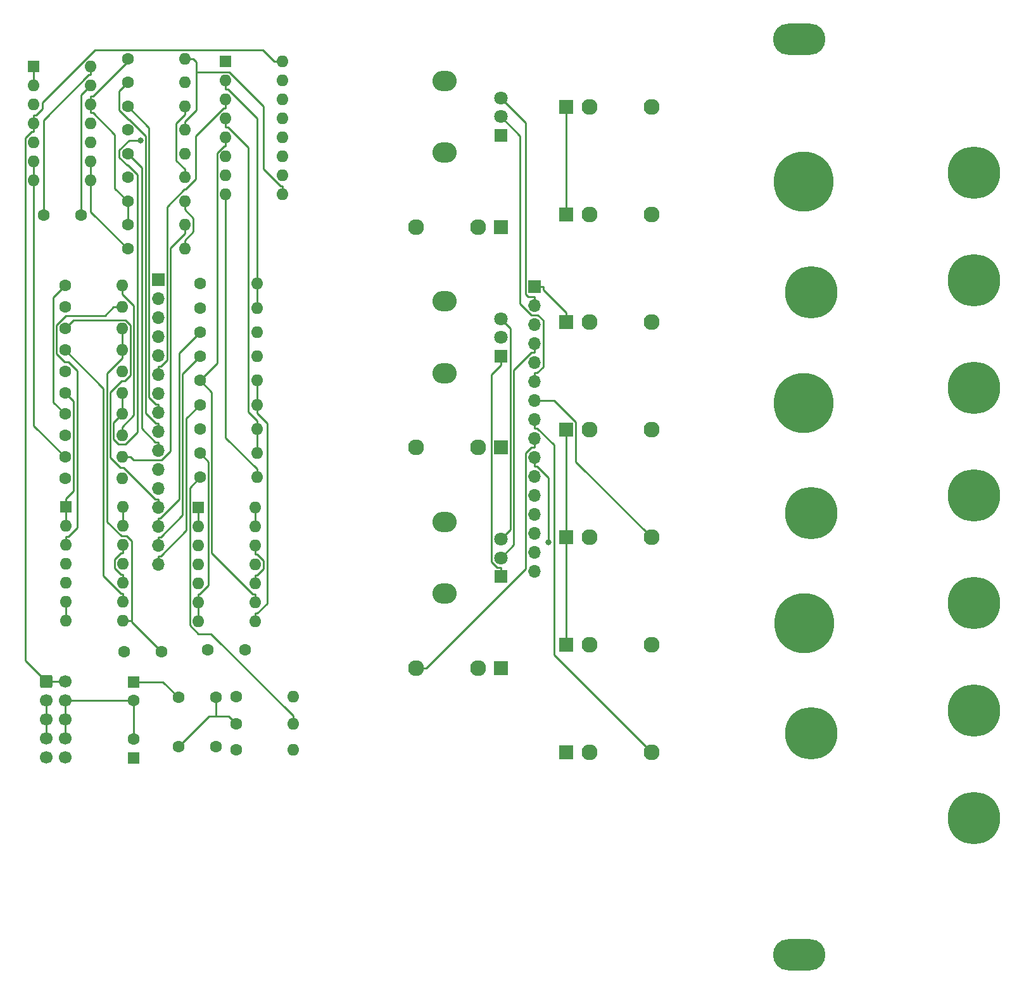
<source format=gbr>
%TF.GenerationSoftware,KiCad,Pcbnew,(6.0.0)*%
%TF.CreationDate,2022-10-15T20:50:48-04:00*%
%TF.ProjectId,ASVCA,41535643-412e-46b6-9963-61645f706362,rev?*%
%TF.SameCoordinates,Original*%
%TF.FileFunction,Copper,L1,Top*%
%TF.FilePolarity,Positive*%
%FSLAX46Y46*%
G04 Gerber Fmt 4.6, Leading zero omitted, Abs format (unit mm)*
G04 Created by KiCad (PCBNEW (6.0.0)) date 2022-10-15 20:50:48*
%MOMM*%
%LPD*%
G01*
G04 APERTURE LIST*
G04 Aperture macros list*
%AMRoundRect*
0 Rectangle with rounded corners*
0 $1 Rounding radius*
0 $2 $3 $4 $5 $6 $7 $8 $9 X,Y pos of 4 corners*
0 Add a 4 corners polygon primitive as box body*
4,1,4,$2,$3,$4,$5,$6,$7,$8,$9,$2,$3,0*
0 Add four circle primitives for the rounded corners*
1,1,$1+$1,$2,$3*
1,1,$1+$1,$4,$5*
1,1,$1+$1,$6,$7*
1,1,$1+$1,$8,$9*
0 Add four rect primitives between the rounded corners*
20,1,$1+$1,$2,$3,$4,$5,0*
20,1,$1+$1,$4,$5,$6,$7,0*
20,1,$1+$1,$6,$7,$8,$9,0*
20,1,$1+$1,$8,$9,$2,$3,0*%
G04 Aperture macros list end*
%TA.AperFunction,ComponentPad*%
%ADD10R,1.600000X1.600000*%
%TD*%
%TA.AperFunction,ComponentPad*%
%ADD11C,1.600000*%
%TD*%
%TA.AperFunction,ComponentPad*%
%ADD12O,1.600000X1.600000*%
%TD*%
%TA.AperFunction,ComponentPad*%
%ADD13O,3.240000X2.720000*%
%TD*%
%TA.AperFunction,ComponentPad*%
%ADD14R,1.800000X1.800000*%
%TD*%
%TA.AperFunction,ComponentPad*%
%ADD15C,1.800000*%
%TD*%
%TA.AperFunction,ComponentPad*%
%ADD16R,1.830000X1.930000*%
%TD*%
%TA.AperFunction,ComponentPad*%
%ADD17C,2.130000*%
%TD*%
%TA.AperFunction,ComponentPad*%
%ADD18C,7.000000*%
%TD*%
%TA.AperFunction,ComponentPad*%
%ADD19C,8.000000*%
%TD*%
%TA.AperFunction,ComponentPad*%
%ADD20RoundRect,0.250000X-0.600000X-0.600000X0.600000X-0.600000X0.600000X0.600000X-0.600000X0.600000X0*%
%TD*%
%TA.AperFunction,ComponentPad*%
%ADD21C,1.700000*%
%TD*%
%TA.AperFunction,ComponentPad*%
%ADD22R,1.700000X1.700000*%
%TD*%
%TA.AperFunction,ComponentPad*%
%ADD23O,1.700000X1.700000*%
%TD*%
%TA.AperFunction,ComponentPad*%
%ADD24O,7.000000X4.200000*%
%TD*%
%TA.AperFunction,ViaPad*%
%ADD25C,0.800000*%
%TD*%
%TA.AperFunction,Conductor*%
%ADD26C,0.250000*%
%TD*%
G04 APERTURE END LIST*
D10*
%TO.P,C1,1*%
%TO.N,+12V*%
X66675000Y-109284900D03*
D11*
%TO.P,C1,2*%
%TO.N,GND*%
X66675000Y-111784900D03*
%TD*%
%TO.P,R3,1*%
%TO.N,PosRef*%
X80391000Y-111252000D03*
D12*
%TO.P,R3,2*%
%TO.N,GND*%
X88011000Y-111252000D03*
%TD*%
D11*
%TO.P,R25,1*%
%TO.N,CVIN1*%
X75565000Y-65722500D03*
D12*
%TO.P,R25,2*%
%TO.N,Net-(R25-Pad2)*%
X83185000Y-65722500D03*
%TD*%
D13*
%TO.P,RV3,*%
%TO.N,*%
X108269000Y-87884600D03*
X108269000Y-97484600D03*
D14*
%TO.P,RV3,1,1*%
%TO.N,NegReft*%
X115769000Y-95184600D03*
D15*
%TO.P,RV3,2,2*%
%TO.N,to_CVMix3t*%
X115769000Y-92684600D03*
%TO.P,RV3,3,3*%
%TO.N,PosReft*%
X115769000Y-90184600D03*
%TD*%
D16*
%TO.P,J8,S*%
%TO.N,GND1*%
X124522000Y-75565000D03*
D17*
%TO.P,J8,T*%
%TO.N,OUTPUT2t*%
X135922000Y-75565000D03*
%TO.P,J8,TN*%
%TO.N,N/C*%
X127622000Y-75565000D03*
%TD*%
D11*
%TO.P,R30,1*%
%TO.N,GND*%
X75565000Y-56007000D03*
D12*
%TO.P,R30,2*%
%TO.N,in1*%
X83185000Y-56007000D03*
%TD*%
D18*
%TO.P,-,*%
%TO.N,*%
X179028000Y-55541300D03*
%TD*%
%TO.P,-,*%
%TO.N,*%
X179028000Y-69934700D03*
%TD*%
D11*
%TO.P,R10,1*%
%TO.N,Net-(R10-Pad1)*%
X57531000Y-79177400D03*
D12*
%TO.P,R10,2*%
%TO.N,in3b*%
X65151000Y-79177400D03*
%TD*%
D11*
%TO.P,R2,1*%
%TO.N,NegRef*%
X75565000Y-81915000D03*
D12*
%TO.P,R2,2*%
%TO.N,-12V*%
X83185000Y-81915000D03*
%TD*%
D11*
%TO.P,R24,1*%
%TO.N,INPUT1*%
X75565000Y-62484000D03*
D12*
%TO.P,R24,2*%
%TO.N,Net-(R24-Pad2)*%
X83185000Y-62484000D03*
%TD*%
D11*
%TO.P,R7,1*%
%TO.N,CVIN3*%
X65913000Y-29083000D03*
D12*
%TO.P,R7,2*%
%TO.N,Net-(R7-Pad2)*%
X73533000Y-29083000D03*
%TD*%
D19*
%TO.P,REF\u002A\u002A,*%
%TO.N,*%
X156282000Y-42378000D03*
%TD*%
D16*
%TO.P,J2,S*%
%TO.N,GND1*%
X124522000Y-104351700D03*
D17*
%TO.P,J2,T*%
%TO.N,INPUT3at*%
X135922000Y-104351700D03*
%TO.P,J2,TN*%
%TO.N,N/C*%
X127622000Y-104351700D03*
%TD*%
D16*
%TO.P,J10,S*%
%TO.N,GND1*%
X115824000Y-48412400D03*
D17*
%TO.P,J10,T*%
%TO.N,CVIN1t*%
X104424000Y-48412400D03*
%TO.P,J10,TN*%
%TO.N,N/C*%
X112724000Y-48412400D03*
%TD*%
D11*
%TO.P,C3,1*%
%TO.N,+12V*%
X72684000Y-111379000D03*
%TO.P,C3,2*%
%TO.N,GND*%
X77684000Y-111379000D03*
%TD*%
D16*
%TO.P,J11,S*%
%TO.N,GND1*%
X124522000Y-46778300D03*
D17*
%TO.P,J11,T*%
%TO.N,OUTPUT1t*%
X135922000Y-46778300D03*
%TO.P,J11,TN*%
%TO.N,N/C*%
X127622000Y-46778300D03*
%TD*%
D11*
%TO.P,R5,1*%
%TO.N,INPUT3a*%
X65913000Y-38608000D03*
D12*
%TO.P,R5,2*%
%TO.N,Net-(R5-Pad2)*%
X73533000Y-38608000D03*
%TD*%
D11*
%TO.P,R21,1*%
%TO.N,OUTPUT2*%
X57531000Y-61990100D03*
D12*
%TO.P,R21,2*%
%TO.N,Net-(C6-Pad2)*%
X65151000Y-61990100D03*
%TD*%
D11*
%TO.P,R18,1*%
%TO.N,Iout2*%
X57531000Y-64854700D03*
D12*
%TO.P,R18,2*%
%TO.N,Net-(C6-Pad2)*%
X65151000Y-64854700D03*
%TD*%
D11*
%TO.P,R31,1*%
%TO.N,GND*%
X75565000Y-75438000D03*
D12*
%TO.P,R31,2*%
%TO.N,VCntrl1*%
X83185000Y-75438000D03*
%TD*%
D18*
%TO.P,-,*%
%TO.N,*%
X179028000Y-127508000D03*
%TD*%
D11*
%TO.P,R4,1*%
%TO.N,GND*%
X80391000Y-114935000D03*
D12*
%TO.P,R4,2*%
%TO.N,NegRef*%
X88011000Y-114935000D03*
%TD*%
D20*
%TO.P,J1,1,Pin_1*%
%TO.N,+12V*%
X55000500Y-109220000D03*
D21*
%TO.P,J1,2,Pin_2*%
X57540500Y-109220000D03*
%TO.P,J1,3,Pin_3*%
%TO.N,GND*%
X55000500Y-111760000D03*
%TO.P,J1,4,Pin_4*%
X57540500Y-111760000D03*
%TO.P,J1,5,Pin_5*%
X55000500Y-114300000D03*
%TO.P,J1,6,Pin_6*%
X57540500Y-114300000D03*
%TO.P,J1,7,Pin_7*%
X55000500Y-116840000D03*
%TO.P,J1,8,Pin_8*%
X57540500Y-116840000D03*
%TO.P,J1,9,Pin_9*%
%TO.N,-12V*%
X55000500Y-119380000D03*
%TO.P,J1,10,Pin_10*%
X57540500Y-119380000D03*
%TD*%
D10*
%TO.P,U2,1*%
%TO.N,Net-(R9-Pad1)*%
X53350000Y-26919000D03*
D12*
%TO.P,U2,2,-*%
X53350000Y-29459000D03*
%TO.P,U2,3,+*%
%TO.N,Net-(R5-Pad2)*%
X53350000Y-31999000D03*
%TO.P,U2,4,V+*%
%TO.N,+12V*%
X53350000Y-34539000D03*
%TO.P,U2,5,+*%
%TO.N,Net-(R6-Pad2)*%
X53350000Y-37079000D03*
%TO.P,U2,6,-*%
%TO.N,Net-(R10-Pad1)*%
X53350000Y-39619000D03*
%TO.P,U2,7*%
X53350000Y-42159000D03*
%TO.P,U2,8*%
%TO.N,Net-(R11-Pad1)*%
X60970000Y-42159000D03*
%TO.P,U2,9,-*%
X60970000Y-39619000D03*
%TO.P,U2,10,+*%
%TO.N,Net-(R7-Pad2)*%
X60970000Y-37079000D03*
%TO.P,U2,11,V-*%
%TO.N,-12V*%
X60970000Y-34539000D03*
%TO.P,U2,12,+*%
%TO.N,GND*%
X60970000Y-31999000D03*
%TO.P,U2,13,-*%
%TO.N,Iout3*%
X60970000Y-29459000D03*
%TO.P,U2,14*%
%TO.N,Net-(C5-Pad2)*%
X60970000Y-26919000D03*
%TD*%
D11*
%TO.P,R15,1*%
%TO.N,GND*%
X65913000Y-44958000D03*
D12*
%TO.P,R15,2*%
%TO.N,VCntrl3*%
X73533000Y-44958000D03*
%TD*%
D11*
%TO.P,R6,1*%
%TO.N,INPUT3b*%
X57531000Y-67719200D03*
D12*
%TO.P,R6,2*%
%TO.N,Net-(R6-Pad2)*%
X65151000Y-67719200D03*
%TD*%
D16*
%TO.P,J9,S*%
%TO.N,GND1*%
X124522000Y-32385000D03*
D17*
%TO.P,J9,T*%
%TO.N,INPUT1t*%
X135922000Y-32385000D03*
%TO.P,J9,TN*%
%TO.N,N/C*%
X127622000Y-32385000D03*
%TD*%
D16*
%TO.P,J3,S*%
%TO.N,GND1*%
X124522000Y-89958300D03*
D17*
%TO.P,J3,T*%
%TO.N,INPUT3bt*%
X135922000Y-89958300D03*
%TO.P,J3,TN*%
%TO.N,N/C*%
X127622000Y-89958300D03*
%TD*%
D11*
%TO.P,R19,1*%
%TO.N,Net-(R19-Pad1)*%
X57531000Y-70583800D03*
D12*
%TO.P,R19,2*%
%TO.N,in2*%
X65151000Y-70583800D03*
%TD*%
D18*
%TO.P,-,*%
%TO.N,*%
X179028000Y-84328000D03*
%TD*%
D19*
%TO.P,REF\u002A\u002A,*%
%TO.N,*%
X156402000Y-101473000D03*
%TD*%
D16*
%TO.P,J7,S*%
%TO.N,GND1*%
X115824000Y-77927200D03*
D17*
%TO.P,J7,T*%
%TO.N,CVIN2t*%
X104424000Y-77927200D03*
%TO.P,J7,TN*%
%TO.N,N/C*%
X112724000Y-77927200D03*
%TD*%
D11*
%TO.P,C5,1*%
%TO.N,Iout3*%
X59650000Y-46863000D03*
%TO.P,C5,2*%
%TO.N,Net-(C5-Pad2)*%
X54650000Y-46863000D03*
%TD*%
%TO.P,C4,1*%
%TO.N,GND*%
X72684000Y-117983000D03*
%TO.P,C4,2*%
%TO.N,-12V*%
X77684000Y-117983000D03*
%TD*%
%TO.P,R9,1*%
%TO.N,Net-(R9-Pad1)*%
X65913000Y-35433000D03*
D12*
%TO.P,R9,2*%
%TO.N,in3a*%
X73533000Y-35433000D03*
%TD*%
D10*
%TO.P,C2,1*%
%TO.N,-12V*%
X66675000Y-119442100D03*
D11*
%TO.P,C2,2*%
%TO.N,GND*%
X66675000Y-116942100D03*
%TD*%
%TO.P,R27,1*%
%TO.N,Net-(R27-Pad1)*%
X75565000Y-59245500D03*
D12*
%TO.P,R27,2*%
%TO.N,in1*%
X83185000Y-59245500D03*
%TD*%
D16*
%TO.P,J6,S*%
%TO.N,GND1*%
X124522000Y-61171700D03*
D17*
%TO.P,J6,T*%
%TO.N,INPUT2t*%
X135922000Y-61171700D03*
%TO.P,J6,TN*%
%TO.N,N/C*%
X127622000Y-61171700D03*
%TD*%
D11*
%TO.P,R17,1*%
%TO.N,CVIN2*%
X57531000Y-82042000D03*
D12*
%TO.P,R17,2*%
%TO.N,Net-(R17-Pad2)*%
X65151000Y-82042000D03*
%TD*%
D11*
%TO.P,R28,1*%
%TO.N,Net-(R28-Pad1)*%
X75565000Y-78676500D03*
D12*
%TO.P,R28,2*%
%TO.N,VCntrl1*%
X83185000Y-78676500D03*
%TD*%
D10*
%TO.P,U3,1*%
%TO.N,Net-(R19-Pad1)*%
X57668000Y-85847000D03*
D12*
%TO.P,U3,2,-*%
X57668000Y-88387000D03*
%TO.P,U3,3,+*%
%TO.N,Net-(R16-Pad2)*%
X57668000Y-90927000D03*
%TO.P,U3,4*%
%TO.N,N/C*%
X57668000Y-93467000D03*
%TO.P,U3,5,+*%
%TO.N,Net-(R17-Pad2)*%
X57668000Y-96007000D03*
%TO.P,U3,6,-*%
%TO.N,Net-(R20-Pad1)*%
X57668000Y-98547000D03*
%TO.P,U3,7*%
X57668000Y-101087000D03*
%TO.P,U3,8*%
%TO.N,Net-(C6-Pad2)*%
X65288000Y-101087000D03*
%TO.P,U3,9,-*%
%TO.N,Iout2*%
X65288000Y-98547000D03*
%TO.P,U3,10,+*%
%TO.N,GND*%
X65288000Y-96007000D03*
%TO.P,U3,11*%
%TO.N,N/C*%
X65288000Y-93467000D03*
%TO.P,U3,12,+*%
%TO.N,GND*%
X65288000Y-90927000D03*
%TO.P,U3,13,-*%
%TO.N,Net-(U3-Pad13)*%
X65288000Y-88387000D03*
%TO.P,U3,14*%
X65288000Y-85847000D03*
%TD*%
D11*
%TO.P,C6,1*%
%TO.N,Iout2*%
X65445000Y-105283000D03*
%TO.P,C6,2*%
%TO.N,Net-(C6-Pad2)*%
X70445000Y-105283000D03*
%TD*%
%TO.P,R20,1*%
%TO.N,Net-(R20-Pad1)*%
X57531000Y-76312900D03*
D12*
%TO.P,R20,2*%
%TO.N,VCntrl2*%
X65151000Y-76312900D03*
%TD*%
D16*
%TO.P,J4,S*%
%TO.N,GND1*%
X115824000Y-107442000D03*
D17*
%TO.P,J4,T*%
%TO.N,CVIN3t*%
X104424000Y-107442000D03*
%TO.P,J4,TN*%
%TO.N,N/C*%
X112724000Y-107442000D03*
%TD*%
D11*
%TO.P,R26,1*%
%TO.N,Iout1*%
X75565000Y-68961000D03*
D12*
%TO.P,R26,2*%
%TO.N,Net-(C7-Pad2)*%
X83185000Y-68961000D03*
%TD*%
D16*
%TO.P,J5,S*%
%TO.N,GND1*%
X124522000Y-118745000D03*
D17*
%TO.P,J5,T*%
%TO.N,OUTPUT3t*%
X135922000Y-118745000D03*
%TO.P,J5,TN*%
%TO.N,N/C*%
X127622000Y-118745000D03*
%TD*%
D11*
%TO.P,R12,1*%
%TO.N,OUTPUT3*%
X65913000Y-32258000D03*
D12*
%TO.P,R12,2*%
%TO.N,Net-(C5-Pad2)*%
X73533000Y-32258000D03*
%TD*%
D11*
%TO.P,R14,1*%
%TO.N,GND*%
X65913000Y-48133000D03*
D12*
%TO.P,R14,2*%
%TO.N,in3b*%
X73533000Y-48133000D03*
%TD*%
D13*
%TO.P,RV2,*%
%TO.N,*%
X108269000Y-67969800D03*
X108269000Y-58369800D03*
D14*
%TO.P,RV2,1,1*%
%TO.N,NegReft*%
X115769000Y-65669800D03*
D15*
%TO.P,RV2,2,2*%
%TO.N,to_CVMix2t*%
X115769000Y-63169800D03*
%TO.P,RV2,3,3*%
%TO.N,PosReft*%
X115769000Y-60669800D03*
%TD*%
D22*
%TO.P,J13,1,Pin_1*%
%TO.N,GND1*%
X120269000Y-56388000D03*
D23*
%TO.P,J13,2,Pin_2*%
%TO.N,PosReft*%
X120269000Y-58928000D03*
%TO.P,J13,3,Pin_3*%
%TO.N,NegReft*%
X120269000Y-61468000D03*
%TO.P,J13,4,Pin_4*%
%TO.N,to_CVMix3t*%
X120269000Y-64008000D03*
%TO.P,J13,5,Pin_5*%
%TO.N,to_CVMix2t*%
X120269000Y-66548000D03*
%TO.P,J13,6,Pin_6*%
%TO.N,to_CVMix1t*%
X120269000Y-69088000D03*
%TO.P,J13,7,Pin_7*%
%TO.N,INPUT3bt*%
X120269000Y-71628000D03*
%TO.P,J13,8,Pin_8*%
%TO.N,OUTPUT3t*%
X120269000Y-74168000D03*
%TO.P,J13,9,Pin_9*%
%TO.N,CVIN3t*%
X120269000Y-76708000D03*
%TO.P,J13,10,Pin_10*%
%TO.N,INPUT3at*%
X120269000Y-79248000D03*
%TO.P,J13,11,Pin_11*%
%TO.N,INPUT2t*%
X120269000Y-81788000D03*
%TO.P,J13,12,Pin_12*%
%TO.N,CVIN2t*%
X120269000Y-84328000D03*
%TO.P,J13,13,Pin_13*%
%TO.N,OUTPUT2t*%
X120269000Y-86868000D03*
%TO.P,J13,14,Pin_14*%
%TO.N,INPUT1t*%
X120269000Y-89408000D03*
%TO.P,J13,15,Pin_15*%
%TO.N,CVIN1t*%
X120269000Y-91948000D03*
%TO.P,J13,16,Pin_16*%
%TO.N,OUTPUT1t*%
X120269000Y-94488000D03*
%TD*%
D19*
%TO.P,REF\u002A\u002A,*%
%TO.N,*%
X156275000Y-71932800D03*
%TD*%
D10*
%TO.P,U1,1,GND*%
%TO.N,GND*%
X79004000Y-26279000D03*
D12*
%TO.P,U1,2,In1*%
%TO.N,in1*%
X79004000Y-28819000D03*
%TO.P,U1,3,CVMix1*%
%TO.N,to_CVMix1*%
X79004000Y-31359000D03*
%TO.P,U1,4,Vcntrl1*%
%TO.N,VCntrl1*%
X79004000Y-33899000D03*
%TO.P,U1,5,Iout1*%
%TO.N,Iout1*%
X79004000Y-36439000D03*
%TO.P,U1,6,Iout3*%
%TO.N,Iout3*%
X79004000Y-38979000D03*
%TO.P,U1,7,Vcntrl3*%
%TO.N,VCntrl3*%
X79004000Y-41519000D03*
%TO.P,U1,8,VEE*%
%TO.N,-12V*%
X79004000Y-44059000D03*
%TO.P,U1,9,In3a*%
%TO.N,in3a*%
X86624000Y-44059000D03*
%TO.P,U1,10,In3b*%
%TO.N,in3b*%
X86624000Y-41519000D03*
%TO.P,U1,11,CVMix3*%
%TO.N,to_CVMix3*%
X86624000Y-38979000D03*
%TO.P,U1,12,Iout2*%
%TO.N,Iout2*%
X86624000Y-36439000D03*
%TO.P,U1,13,Vcntrl2*%
%TO.N,VCntrl2*%
X86624000Y-33899000D03*
%TO.P,U1,14,CVMix2*%
%TO.N,to_CVMix2*%
X86624000Y-31359000D03*
%TO.P,U1,15,In2*%
%TO.N,in2*%
X86624000Y-28819000D03*
%TO.P,U1,16,VCC*%
%TO.N,+12V*%
X86624000Y-26279000D03*
%TD*%
D18*
%TO.P,-,*%
%TO.N,*%
X179028000Y-98721300D03*
%TD*%
D24*
%TO.P,REF\u002A\u002A,*%
%TO.N,*%
X155654000Y-23280000D03*
X155654000Y-145780000D03*
%TD*%
D11*
%TO.P,R8,1*%
%TO.N,Iout3*%
X65913000Y-41783000D03*
D12*
%TO.P,R8,2*%
%TO.N,Net-(C5-Pad2)*%
X73533000Y-41783000D03*
%TD*%
D22*
%TO.P,J12,1,Pin_1*%
%TO.N,GND*%
X69977000Y-55499000D03*
D23*
%TO.P,J12,2,Pin_2*%
%TO.N,PosRef*%
X69977000Y-58039000D03*
%TO.P,J12,3,Pin_3*%
%TO.N,NegRef*%
X69977000Y-60579000D03*
%TO.P,J12,4,Pin_4*%
%TO.N,to_CVMix3*%
X69977000Y-63119000D03*
%TO.P,J12,5,Pin_5*%
%TO.N,to_CVMix2*%
X69977000Y-65659000D03*
%TO.P,J12,6,Pin_6*%
%TO.N,to_CVMix1*%
X69977000Y-68199000D03*
%TO.P,J12,7,Pin_7*%
%TO.N,INPUT3b*%
X69977000Y-70739000D03*
%TO.P,J12,8,Pin_8*%
%TO.N,OUTPUT3*%
X69977000Y-73279000D03*
%TO.P,J12,9,Pin_9*%
%TO.N,CVIN3*%
X69977000Y-75819000D03*
%TO.P,J12,10,Pin_10*%
%TO.N,INPUT3a*%
X69977000Y-78359000D03*
%TO.P,J12,11,Pin_11*%
%TO.N,INPUT2*%
X69977000Y-80899000D03*
%TO.P,J12,12,Pin_12*%
%TO.N,CVIN2*%
X69977000Y-83439000D03*
%TO.P,J12,13,Pin_13*%
%TO.N,OUTPUT2*%
X69977000Y-85979000D03*
%TO.P,J12,14,Pin_14*%
%TO.N,INPUT1*%
X69977000Y-88519000D03*
%TO.P,J12,15,Pin_15*%
%TO.N,CVIN1*%
X69977000Y-91059000D03*
%TO.P,J12,16,Pin_16*%
%TO.N,OUTPUT1*%
X69977000Y-93599000D03*
%TD*%
D18*
%TO.P,-,*%
%TO.N,*%
X157330000Y-57175400D03*
%TD*%
D13*
%TO.P,RV1,*%
%TO.N,*%
X108269000Y-28855000D03*
X108269000Y-38455000D03*
D14*
%TO.P,RV1,1,1*%
%TO.N,NegReft*%
X115769000Y-36155000D03*
D15*
%TO.P,RV1,2,2*%
%TO.N,to_CVMix1t*%
X115769000Y-33655000D03*
%TO.P,RV1,3,3*%
%TO.N,PosReft*%
X115769000Y-31155000D03*
%TD*%
D11*
%TO.P,R22,1*%
%TO.N,GND*%
X57531000Y-73448300D03*
D12*
%TO.P,R22,2*%
%TO.N,in2*%
X65151000Y-73448300D03*
%TD*%
D18*
%TO.P,-,*%
%TO.N,*%
X157330000Y-86690200D03*
%TD*%
D11*
%TO.P,C7,1*%
%TO.N,Iout1*%
X76621000Y-105029000D03*
%TO.P,C7,2*%
%TO.N,Net-(C7-Pad2)*%
X81621000Y-105029000D03*
%TD*%
%TO.P,R29,1*%
%TO.N,OUTPUT1*%
X75565000Y-72199500D03*
D12*
%TO.P,R29,2*%
%TO.N,Net-(C7-Pad2)*%
X83185000Y-72199500D03*
%TD*%
D18*
%TO.P,-,*%
%TO.N,*%
X179028000Y-41148000D03*
%TD*%
D11*
%TO.P,R1,1*%
%TO.N,+12V*%
X80391000Y-118364000D03*
D12*
%TO.P,R1,2*%
%TO.N,PosRef*%
X88011000Y-118364000D03*
%TD*%
D11*
%TO.P,R16,1*%
%TO.N,INPUT2*%
X57531000Y-59125600D03*
D12*
%TO.P,R16,2*%
%TO.N,Net-(R16-Pad2)*%
X65151000Y-59125600D03*
%TD*%
D11*
%TO.P,R11,1*%
%TO.N,Net-(R11-Pad1)*%
X65913000Y-51308000D03*
D12*
%TO.P,R11,2*%
%TO.N,VCntrl3*%
X73533000Y-51308000D03*
%TD*%
D18*
%TO.P,-,*%
%TO.N,*%
X157330000Y-116205000D03*
%TD*%
D11*
%TO.P,R23,1*%
%TO.N,GND*%
X57531000Y-56261000D03*
D12*
%TO.P,R23,2*%
%TO.N,VCntrl2*%
X65151000Y-56261000D03*
%TD*%
D10*
%TO.P,U4,1*%
%TO.N,Net-(R27-Pad1)*%
X75321000Y-85974000D03*
D12*
%TO.P,U4,2,-*%
X75321000Y-88514000D03*
%TO.P,U4,3,+*%
%TO.N,Net-(R24-Pad2)*%
X75321000Y-91054000D03*
%TO.P,U4,4*%
%TO.N,N/C*%
X75321000Y-93594000D03*
%TO.P,U4,5,+*%
%TO.N,Net-(R25-Pad2)*%
X75321000Y-96134000D03*
%TO.P,U4,6,-*%
%TO.N,Net-(R28-Pad1)*%
X75321000Y-98674000D03*
%TO.P,U4,7*%
X75321000Y-101214000D03*
%TO.P,U4,8*%
%TO.N,Net-(C7-Pad2)*%
X82941000Y-101214000D03*
%TO.P,U4,9,-*%
%TO.N,Iout1*%
X82941000Y-98674000D03*
%TO.P,U4,10,+*%
%TO.N,GND*%
X82941000Y-96134000D03*
%TO.P,U4,11*%
%TO.N,N/C*%
X82941000Y-93594000D03*
%TO.P,U4,12,+*%
%TO.N,GND*%
X82941000Y-91054000D03*
%TO.P,U4,13,-*%
%TO.N,Net-(U4-Pad13)*%
X82941000Y-88514000D03*
%TO.P,U4,14*%
X82941000Y-85974000D03*
%TD*%
D11*
%TO.P,R13,1*%
%TO.N,GND*%
X65913000Y-25908000D03*
D12*
%TO.P,R13,2*%
%TO.N,in3a*%
X73533000Y-25908000D03*
%TD*%
D18*
%TO.P,-,*%
%TO.N,*%
X179028000Y-113114700D03*
%TD*%
D25*
%TO.N,in2*%
X67591800Y-36794900D03*
%TO.N,INPUT3at*%
X122154900Y-90584600D03*
%TD*%
D26*
%TO.N,+12V*%
X53350000Y-34539000D02*
X53350000Y-33413700D01*
X55000500Y-109220000D02*
X57540500Y-109220000D01*
X54475300Y-31784700D02*
X54475300Y-32569800D01*
X86624000Y-26279000D02*
X85498700Y-26279000D01*
X52221900Y-106441400D02*
X55000500Y-109220000D01*
X53350000Y-35664300D02*
X53068700Y-35664300D01*
X83953300Y-24733600D02*
X61526400Y-24733600D01*
X53631400Y-33413700D02*
X53350000Y-33413700D01*
X53068700Y-35664300D02*
X52221900Y-36511100D01*
X54475300Y-32569800D02*
X53631400Y-33413700D01*
X70589900Y-109284900D02*
X72684000Y-111379000D01*
X61526400Y-24733600D02*
X54475300Y-31784700D01*
X53350000Y-34539000D02*
X53350000Y-35664300D01*
X66675000Y-109284900D02*
X70589900Y-109284900D01*
X85498700Y-26279000D02*
X83953300Y-24733600D01*
X52221900Y-36511100D02*
X52221900Y-106441400D01*
%TO.N,GND*%
X61251300Y-30873700D02*
X60970000Y-30873700D01*
X55939400Y-71856700D02*
X57531000Y-73448300D01*
X82941000Y-96134000D02*
X82941000Y-95008700D01*
X65913000Y-26212000D02*
X61251300Y-30873700D01*
X60970000Y-31999000D02*
X60970000Y-33124300D01*
X57540500Y-116840000D02*
X57540500Y-114300000D01*
X64184700Y-43229700D02*
X64184700Y-36057600D01*
X77684000Y-113914700D02*
X77684000Y-111379000D01*
X57565400Y-114275100D02*
X57565400Y-111784900D01*
X65913000Y-44958000D02*
X64184700Y-43229700D01*
X77684000Y-113914700D02*
X79370700Y-113914700D01*
X72684000Y-117983000D02*
X76752300Y-113914700D01*
X57531000Y-56261000D02*
X55939400Y-57852600D01*
X55939400Y-57852600D02*
X55939400Y-71856700D01*
X64162700Y-94037700D02*
X64162700Y-92896200D01*
X65006600Y-92052300D02*
X65288000Y-92052300D01*
X55000500Y-114300000D02*
X55000500Y-111760000D01*
X82941000Y-91054000D02*
X82941000Y-92179300D01*
X83222400Y-95008700D02*
X82941000Y-95008700D01*
X57565400Y-111784900D02*
X57540500Y-111760000D01*
X66675000Y-111784900D02*
X57565400Y-111784900D01*
X84066300Y-94164800D02*
X83222400Y-95008700D01*
X82941000Y-92179300D02*
X83222300Y-92179300D01*
X65006700Y-94881700D02*
X64162700Y-94037700D01*
X79370700Y-113914700D02*
X80391000Y-114935000D01*
X64162700Y-92896200D02*
X65006600Y-92052300D01*
X65288000Y-90927000D02*
X65288000Y-92052300D01*
X55000500Y-116840000D02*
X55000500Y-114300000D01*
X57540500Y-114300000D02*
X57565400Y-114275100D01*
X65913000Y-48133000D02*
X65913000Y-44958000D01*
X65288000Y-96007000D02*
X65288000Y-94881700D01*
X65913000Y-25908000D02*
X65913000Y-26212000D01*
X83222300Y-92179300D02*
X84066300Y-93023300D01*
X65288000Y-94881700D02*
X65006700Y-94881700D01*
X60970000Y-31999000D02*
X60970000Y-30873700D01*
X66675000Y-116942100D02*
X66675000Y-111784900D01*
X64184700Y-36057600D02*
X61251400Y-33124300D01*
X76752300Y-113914700D02*
X77684000Y-113914700D01*
X84066300Y-93023300D02*
X84066300Y-94164800D01*
X61251400Y-33124300D02*
X60970000Y-33124300D01*
%TO.N,-12V*%
X79004000Y-44059000D02*
X79004000Y-76608700D01*
X79004000Y-76608700D02*
X83185000Y-80789700D01*
X83185000Y-81915000D02*
X83185000Y-80789700D01*
%TO.N,Iout3*%
X59650000Y-30779000D02*
X59650000Y-46863000D01*
X60970000Y-29459000D02*
X59650000Y-30779000D01*
%TO.N,Net-(C5-Pad2)*%
X72407700Y-34508600D02*
X72407700Y-39532400D01*
X60688700Y-28044300D02*
X60970000Y-28044300D01*
X54650000Y-46863000D02*
X54650000Y-34083000D01*
X72407700Y-39532400D02*
X73533000Y-40657700D01*
X73533000Y-33383300D02*
X72407700Y-34508600D01*
X73533000Y-41783000D02*
X73533000Y-40657700D01*
X54650000Y-34083000D02*
X60688700Y-28044300D01*
X73533000Y-32258000D02*
X73533000Y-33383300D01*
X60970000Y-26919000D02*
X60970000Y-28044300D01*
%TO.N,Iout2*%
X65288000Y-98547000D02*
X65288000Y-97421700D01*
X62674800Y-95089800D02*
X65006700Y-97421700D01*
X62674800Y-69998500D02*
X62674800Y-95089800D01*
X57531000Y-64854700D02*
X62674800Y-69998500D01*
X65006700Y-97421700D02*
X65288000Y-97421700D01*
%TO.N,Net-(C6-Pad2)*%
X65063400Y-89790100D02*
X65764500Y-89790100D01*
X65764500Y-89790100D02*
X66413300Y-90438900D01*
X65151000Y-65980000D02*
X63125100Y-68005900D01*
X65151000Y-61990100D02*
X65151000Y-64854700D01*
X70445000Y-105283000D02*
X66413300Y-101251300D01*
X63125100Y-68005900D02*
X63125100Y-87851800D01*
X65151000Y-64854700D02*
X65151000Y-65980000D01*
X63125100Y-87851800D02*
X65063400Y-89790100D01*
X66413300Y-90438900D02*
X66413300Y-101087000D01*
X65288000Y-101087000D02*
X66413300Y-101087000D01*
X66413300Y-101251300D02*
X66413300Y-101087000D01*
%TO.N,Iout1*%
X78811200Y-37564300D02*
X79004000Y-37564300D01*
X77146600Y-92035600D02*
X82659700Y-97548700D01*
X75565000Y-68961000D02*
X77146600Y-70542600D01*
X75565000Y-68961000D02*
X77878700Y-66647300D01*
X77146600Y-70542600D02*
X77146600Y-92035600D01*
X79004000Y-36439000D02*
X79004000Y-37564300D01*
X82941000Y-98674000D02*
X82941000Y-97548700D01*
X77878700Y-38496800D02*
X78811200Y-37564300D01*
X82659700Y-97548700D02*
X82941000Y-97548700D01*
X77878700Y-66647300D02*
X77878700Y-38496800D01*
%TO.N,Net-(C7-Pad2)*%
X83222300Y-100088700D02*
X84534800Y-98776200D01*
X83185000Y-72199500D02*
X83185000Y-73324800D01*
X82941000Y-100088700D02*
X83222300Y-100088700D01*
X84534800Y-74674600D02*
X83185000Y-73324800D01*
X84534800Y-98776200D02*
X84534800Y-74674600D01*
X83185000Y-68961000D02*
X83185000Y-72199500D01*
X82941000Y-101214000D02*
X82941000Y-100088700D01*
%TO.N,NegRef*%
X75339100Y-102861300D02*
X77062600Y-102861300D01*
X75565000Y-81915000D02*
X74195600Y-83284400D01*
X77062600Y-102861300D02*
X88011000Y-113809700D01*
X88011000Y-114935000D02*
X88011000Y-113809700D01*
X74195600Y-83284400D02*
X74195600Y-101717800D01*
X74195600Y-101717800D02*
X75339100Y-102861300D01*
%TO.N,INPUT3a*%
X67775600Y-75349600D02*
X69609700Y-77183700D01*
X69977000Y-78359000D02*
X69977000Y-77183700D01*
X65913000Y-38608000D02*
X67775600Y-40470600D01*
X67775600Y-40470600D02*
X67775600Y-75349600D01*
X69609700Y-77183700D02*
X69977000Y-77183700D01*
%TO.N,CVIN3*%
X68317100Y-36203100D02*
X66134300Y-34020300D01*
X68317100Y-73311700D02*
X68317100Y-36203100D01*
X69649100Y-74643700D02*
X68317100Y-73311700D01*
X69977000Y-74643700D02*
X69649100Y-74643700D01*
X66134300Y-34020300D02*
X66005200Y-34020300D01*
X64761100Y-32776200D02*
X64761100Y-30234900D01*
X64761100Y-30234900D02*
X65913000Y-29083000D01*
X69977000Y-75819000D02*
X69977000Y-74643700D01*
X66005200Y-34020300D02*
X64761100Y-32776200D01*
%TO.N,in3a*%
X75075900Y-32764800D02*
X73533000Y-34307700D01*
X79458600Y-27672100D02*
X84065100Y-32278600D01*
X73533000Y-25908000D02*
X74658300Y-25908000D01*
X86624000Y-44059000D02*
X86624000Y-42933700D01*
X75075900Y-27672100D02*
X79458600Y-27672100D01*
X84065100Y-32278600D02*
X84065100Y-40637300D01*
X73533000Y-35433000D02*
X73533000Y-34307700D01*
X74658300Y-25908000D02*
X75075900Y-26325600D01*
X86361500Y-42933700D02*
X86624000Y-42933700D01*
X75075900Y-26325600D02*
X75075900Y-27672100D01*
X84065100Y-40637300D02*
X86361500Y-42933700D01*
X75075900Y-27672100D02*
X75075900Y-32764800D01*
%TO.N,Net-(R9-Pad1)*%
X53350000Y-26919000D02*
X53350000Y-29459000D01*
%TO.N,in3b*%
X71605800Y-51185500D02*
X73533000Y-49258300D01*
X73533000Y-48133000D02*
X73533000Y-49258300D01*
X70427000Y-79572500D02*
X71605800Y-78393700D01*
X71605800Y-78393700D02*
X71605800Y-51185500D01*
X66276300Y-79177400D02*
X66671400Y-79572500D01*
X65151000Y-79177400D02*
X66276300Y-79177400D01*
X66671400Y-79572500D02*
X70427000Y-79572500D01*
%TO.N,Net-(R10-Pad1)*%
X53350000Y-74996400D02*
X57531000Y-79177400D01*
X53350000Y-42159000D02*
X53350000Y-74996400D01*
X53350000Y-39619000D02*
X53350000Y-42159000D01*
%TO.N,VCntrl3*%
X73533000Y-44958000D02*
X73533000Y-46083300D01*
X73533000Y-51308000D02*
X73533000Y-50182700D01*
X74658300Y-49057400D02*
X73533000Y-50182700D01*
X73533000Y-46083300D02*
X74658300Y-47208600D01*
X74658300Y-47208600D02*
X74658300Y-49057400D01*
%TO.N,Net-(R11-Pad1)*%
X60970000Y-43284300D02*
X60970000Y-46365000D01*
X60970000Y-46365000D02*
X65913000Y-51308000D01*
X60970000Y-39619000D02*
X60970000Y-42159000D01*
X60970000Y-42159000D02*
X60970000Y-43284300D01*
%TO.N,OUTPUT3*%
X69648900Y-72103700D02*
X68767400Y-71222200D01*
X68767400Y-35112400D02*
X65913000Y-32258000D01*
X68767400Y-71222200D02*
X68767400Y-35112400D01*
X69977000Y-72103700D02*
X69648900Y-72103700D01*
X69977000Y-73279000D02*
X69977000Y-72103700D01*
%TO.N,Net-(R16-Pad2)*%
X57949300Y-89801700D02*
X57668000Y-89801700D01*
X57668000Y-90927000D02*
X57668000Y-89801700D01*
X59139400Y-88611600D02*
X57949300Y-89801700D01*
X57446500Y-66446100D02*
X57966000Y-66446100D01*
X65151000Y-59125600D02*
X64025700Y-59125600D01*
X57966000Y-66446100D02*
X59139400Y-67619500D01*
X56389800Y-61516300D02*
X56389800Y-65389400D01*
X57655200Y-60250900D02*
X56389800Y-61516300D01*
X64025700Y-59125600D02*
X62900400Y-60250900D01*
X59139400Y-67619500D02*
X59139400Y-88611600D01*
X56389800Y-65389400D02*
X57446500Y-66446100D01*
X62900400Y-60250900D02*
X57655200Y-60250900D01*
%TO.N,in2*%
X65918800Y-40171700D02*
X67177500Y-41430400D01*
X66087900Y-36794900D02*
X64787600Y-38095200D01*
X64787600Y-39111300D02*
X65848000Y-40171700D01*
X64640100Y-77450300D02*
X64025700Y-76835900D01*
X67177500Y-41430400D02*
X67177500Y-75888100D01*
X65151000Y-73448300D02*
X65151000Y-70583800D01*
X67591800Y-36794900D02*
X66087900Y-36794900D01*
X67177500Y-75888100D02*
X65615300Y-77450300D01*
X65615300Y-77450300D02*
X64640100Y-77450300D01*
X64787600Y-38095200D02*
X64787600Y-39111300D01*
X64025700Y-76835900D02*
X64025700Y-74573600D01*
X64025700Y-74573600D02*
X65151000Y-73448300D01*
X65848000Y-40171700D02*
X65918800Y-40171700D01*
%TO.N,Net-(R19-Pad1)*%
X57668000Y-88387000D02*
X57668000Y-85847000D01*
X58665400Y-83724300D02*
X57668000Y-84721700D01*
X57531000Y-70583800D02*
X58665400Y-71718200D01*
X57668000Y-85847000D02*
X57668000Y-84721700D01*
X58665400Y-71718200D02*
X58665400Y-83724300D01*
%TO.N,VCntrl2*%
X65151000Y-76312900D02*
X65151000Y-75187600D01*
X65151000Y-57386300D02*
X66727100Y-58962400D01*
X66727100Y-73611500D02*
X65151000Y-75187600D01*
X66727100Y-58962400D02*
X66727100Y-73611500D01*
X65151000Y-56261000D02*
X65151000Y-57386300D01*
%TO.N,Net-(R20-Pad1)*%
X57668000Y-101087000D02*
X57668000Y-98547000D01*
%TO.N,OUTPUT2*%
X69541800Y-84803700D02*
X69977000Y-84803700D01*
X65347800Y-80609700D02*
X69541800Y-84803700D01*
X66276300Y-61518100D02*
X66276300Y-68253600D01*
X65095800Y-68992300D02*
X63575400Y-70512700D01*
X58676400Y-60844700D02*
X65602900Y-60844700D01*
X63575400Y-70512700D02*
X63575400Y-79250200D01*
X64934900Y-80609700D02*
X65347800Y-80609700D01*
X69977000Y-85979000D02*
X69977000Y-84803700D01*
X57531000Y-61990100D02*
X58676400Y-60844700D01*
X65602900Y-60844700D02*
X66276300Y-61518100D01*
X66276300Y-68253600D02*
X65537600Y-68992300D01*
X65537600Y-68992300D02*
X65095800Y-68992300D01*
X63575400Y-79250200D02*
X64934900Y-80609700D01*
%TO.N,INPUT1*%
X75565000Y-62484000D02*
X72781400Y-65267600D01*
X72781400Y-84836900D02*
X70274600Y-87343700D01*
X72781400Y-65267600D02*
X72781400Y-84836900D01*
X70274600Y-87343700D02*
X69977000Y-87343700D01*
X69977000Y-88519000D02*
X69977000Y-87343700D01*
%TO.N,in1*%
X83185000Y-33844000D02*
X83185000Y-56007000D01*
X79285300Y-29944300D02*
X83185000Y-33844000D01*
X83185000Y-56007000D02*
X83185000Y-59245500D01*
X79004000Y-29944300D02*
X79285300Y-29944300D01*
X79004000Y-28819000D02*
X79004000Y-29944300D01*
%TO.N,Net-(R27-Pad1)*%
X75321000Y-88514000D02*
X75321000Y-85974000D01*
%TO.N,VCntrl1*%
X79004000Y-35024300D02*
X79285300Y-35024300D01*
X79004000Y-33899000D02*
X79004000Y-35024300D01*
X83185000Y-75438000D02*
X83185000Y-78676500D01*
X79285300Y-35024300D02*
X82059700Y-37798700D01*
X82059700Y-73187400D02*
X83185000Y-74312700D01*
X82059700Y-37798700D02*
X82059700Y-73187400D01*
X83185000Y-75438000D02*
X83185000Y-74312700D01*
%TO.N,Net-(R28-Pad1)*%
X75565000Y-78676500D02*
X76696200Y-79807700D01*
X75321000Y-101214000D02*
X75321000Y-98674000D01*
X75497900Y-97548700D02*
X75321000Y-97548700D01*
X76696200Y-79807700D02*
X76696200Y-96350400D01*
X76696200Y-96350400D02*
X75497900Y-97548700D01*
X75321000Y-98674000D02*
X75321000Y-97548700D01*
%TO.N,OUTPUT1*%
X73745200Y-89022800D02*
X70344300Y-92423700D01*
X69977000Y-93599000D02*
X69977000Y-92423700D01*
X75565000Y-72199500D02*
X73745200Y-74019300D01*
X73745200Y-74019300D02*
X73745200Y-89022800D01*
X70344300Y-92423700D02*
X69977000Y-92423700D01*
%TO.N,to_CVMix1*%
X71152300Y-45714200D02*
X71152300Y-66215800D01*
X79004000Y-32484300D02*
X78722700Y-32484300D01*
X74972400Y-36234600D02*
X74972400Y-42017400D01*
X71152300Y-66215800D02*
X70344400Y-67023700D01*
X73619300Y-43370500D02*
X73496000Y-43370500D01*
X78722700Y-32484300D02*
X74972400Y-36234600D01*
X73496000Y-43370500D02*
X71152300Y-45714200D01*
X79004000Y-31359000D02*
X79004000Y-32484300D01*
X70344400Y-67023700D02*
X69977000Y-67023700D01*
X74972400Y-42017400D02*
X73619300Y-43370500D01*
X69977000Y-68199000D02*
X69977000Y-67023700D01*
%TO.N,Net-(U3-Pad13)*%
X65288000Y-85847000D02*
X65288000Y-88387000D01*
%TO.N,Net-(U4-Pad13)*%
X82941000Y-85974000D02*
X82941000Y-88514000D01*
%TO.N,CVIN1*%
X69977000Y-91059000D02*
X69977000Y-89883700D01*
X73246100Y-86981900D02*
X70344300Y-89883700D01*
X75565000Y-65722500D02*
X73246100Y-68041400D01*
X73246100Y-68041400D02*
X73246100Y-86981900D01*
X70344300Y-89883700D02*
X69977000Y-89883700D01*
%TO.N,GND1*%
X124522000Y-75565000D02*
X124522000Y-89958300D01*
X124522000Y-89958300D02*
X124522000Y-104351700D01*
X121444300Y-56803700D02*
X124522000Y-59881400D01*
X121444300Y-56388000D02*
X121444300Y-56803700D01*
X124522000Y-61171700D02*
X124522000Y-59881400D01*
X124522000Y-32385000D02*
X124522000Y-46778300D01*
X120269000Y-56388000D02*
X121444300Y-56388000D01*
%TO.N,PosReft*%
X119473600Y-57752700D02*
X120269000Y-57752700D01*
X120269000Y-58928000D02*
X120269000Y-57752700D01*
X117064400Y-61965200D02*
X115769000Y-60669800D01*
X115769000Y-31155000D02*
X119093700Y-34479700D01*
X119093700Y-34479700D02*
X119093700Y-57372800D01*
X119093700Y-57372800D02*
X119473600Y-57752700D01*
X115769000Y-90184600D02*
X117064400Y-88889200D01*
X117064400Y-88889200D02*
X117064400Y-61965200D01*
%TO.N,NegReft*%
X115769000Y-65669800D02*
X115769000Y-66895100D01*
X114543700Y-68120400D02*
X114543700Y-93193600D01*
X114543700Y-93193600D02*
X115309400Y-93959300D01*
X115769000Y-66895100D02*
X114543700Y-68120400D01*
X115309400Y-93959300D02*
X115769000Y-93959300D01*
X115769000Y-95184600D02*
X115769000Y-93959300D01*
%TO.N,to_CVMix3t*%
X117526000Y-67559000D02*
X117526000Y-90927600D01*
X117526000Y-90927600D02*
X115769000Y-92684600D01*
X120269000Y-65183300D02*
X119901700Y-65183300D01*
X120269000Y-64008000D02*
X120269000Y-65183300D01*
X119901700Y-65183300D02*
X117526000Y-67559000D01*
%TO.N,to_CVMix1t*%
X118369600Y-58711300D02*
X119856300Y-60198000D01*
X119856300Y-60198000D02*
X120753500Y-60198000D01*
X121444300Y-67104800D02*
X120636400Y-67912700D01*
X121444300Y-60888800D02*
X121444300Y-67104800D01*
X118369600Y-36255600D02*
X118369600Y-58711300D01*
X115769000Y-33655000D02*
X118369600Y-36255600D01*
X120269000Y-69088000D02*
X120269000Y-67912700D01*
X120636400Y-67912700D02*
X120269000Y-67912700D01*
X120753500Y-60198000D02*
X121444300Y-60888800D01*
%TO.N,INPUT3bt*%
X125837700Y-79874000D02*
X135922000Y-89958300D01*
X125837700Y-74534200D02*
X125837700Y-79874000D01*
X120269000Y-71628000D02*
X122931500Y-71628000D01*
X122931500Y-71628000D02*
X125837700Y-74534200D01*
%TO.N,OUTPUT3t*%
X122880200Y-105703200D02*
X122880200Y-77587200D01*
X122880200Y-77587200D02*
X120636300Y-75343300D01*
X135922000Y-118745000D02*
X122880200Y-105703200D01*
X120269000Y-74168000D02*
X120269000Y-75343300D01*
X120636300Y-75343300D02*
X120269000Y-75343300D01*
%TO.N,CVIN3t*%
X120269000Y-77883300D02*
X119901600Y-77883300D01*
X119901600Y-77883300D02*
X119093700Y-78691200D01*
X119093700Y-78691200D02*
X119093700Y-94181100D01*
X120269000Y-76708000D02*
X120269000Y-77883300D01*
X119093700Y-94181100D02*
X105832800Y-107442000D01*
X105832800Y-107442000D02*
X104424000Y-107442000D01*
%TO.N,INPUT3at*%
X120636300Y-80423300D02*
X122154900Y-81941900D01*
X120269000Y-80423300D02*
X120636300Y-80423300D01*
X120269000Y-79248000D02*
X120269000Y-80423300D01*
X122154900Y-81941900D02*
X122154900Y-90584600D01*
%TD*%
M02*

</source>
